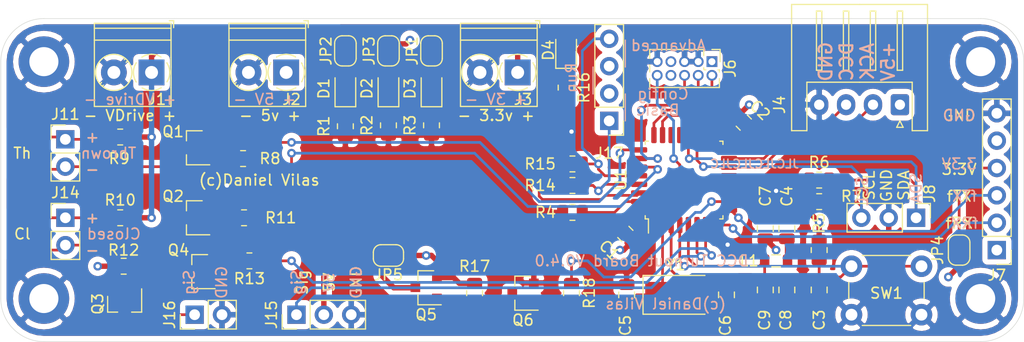
<source format=kicad_pcb>
(kicad_pcb (version 20171130) (host pcbnew 5.1.10-88a1d61d58~90~ubuntu21.04.1)
  (layers (0 F.Cu signal) (1 In1.Cu power) (2 In2.Cu power) (31 B.Cu signal) (34 B.Paste user) (35 F.Paste user) (36 B.SilkS user) (37 F.SilkS user) (38 B.Mask user) (39 F.Mask user) (44 Edge.Cuts user))
  (net 0 "")
  (net 1 GND)
  (net 2 Vdrive)
  (net 3 +5V)
  (net 4 "Net-(D1-Pad1)")
  (net 5 "Net-(Q1-Pad1)")
  (net 6 +3V3)
  (net 7 "Net-(Q2-Pad1)")
  (net 8 "Net-(D4-Pad1)")
  (net 9 /_dcc)
  (net 10 /_ack)
  (net 11 "Net-(Q4-Pad1)")
  (net 12 "/uC 030K6/NRST")
  (net 13 "/uC 030K6/PF0")
  (net 14 "/uC 030K6/PF1")
  (net 15 "/uC 030K6/_VDDA")
  (net 16 "/uC 030K6/PB3")
  (net 17 "/uC 030K6/PA13")
  (net 18 "/uC 030K6/PA14")
  (net 19 "/uC 030K6/BOOT0")
  (net 20 "Net-(D1-Pad2)")
  (net 21 "Net-(D2-Pad2)")
  (net 22 "Net-(D2-Pad1)")
  (net 23 "Net-(D3-Pad2)")
  (net 24 "Net-(D3-Pad1)")
  (net 25 /F_Vcc)
  (net 26 /F_TX)
  (net 27 /F_RX)
  (net 28 /SDA)
  (net 29 /SCL)
  (net 30 "Net-(J11-Pad1)")
  (net 31 "Net-(J10-Pad1)")
  (net 32 "Net-(J12-Pad1)")
  (net 33 "Net-(J13-Pad1)")
  (net 34 /ThrownLed)
  (net 35 /ClosedLed)
  (net 36 /ServoSig)
  (net 37 "Net-(J16-Pad1)")
  (net 38 "Net-(Q3-Pad1)")
  (net 39 /ReleEn)
  (net 40 /CfgAdvanced)
  (net 41 /CfgBasic)
  (net 42 /CfgStatus)
  (net 43 "Net-(Q5-Pad1)")
  (net 44 "Net-(Q6-Pad1)")
  (net 45 "/Out Puts/_ServoPwr")
  (net 46 /ServoEn)
  (module Connector_PinHeader_1.27mm:PinHeader_2x05_P1.27mm_Vertical (layer F.Cu) (at 91.04 44 270)
    (fp_text reference J6 (at 0.635 -1.695 90) (layer F.SilkS))
    (fp_text value "Conn_02x05 Odd_Even")
    (pad 10 thru_hole oval (at 1.27 5.08 270) (size 1 1) (drill 0.65) (layers *.Cu *.Mask) (net 12 "/uC 030K6/NRST"))
    (pad 9 thru_hole oval (at 0 5.08 270) (size 1 1) (drill 0.65) (layers *.Cu *.Mask) (net 1 GND))
    (pad 8 thru_hole oval (at 1.27 3.81 270) (size 1 1) (drill 0.65) (layers *.Cu *.Mask))
    (pad 7 thru_hole oval (at 0 3.81 270) (size 1 1) (drill 0.65) (layers *.Cu *.Mask))
    (pad 6 thru_hole oval (at 1.27 2.54 270) (size 1 1) (drill 0.65) (layers *.Cu *.Mask) (net 16 "/uC 030K6/PB3"))
    (pad 5 thru_hole oval (at 0 2.54 270) (size 1 1) (drill 0.65) (layers *.Cu *.Mask) (net 1 GND))
    (pad 4 thru_hole oval (at 1.27 1.27 270) (size 1 1) (drill 0.65) (layers *.Cu *.Mask) (net 18 "/uC 030K6/PA14"))
    (pad 3 thru_hole oval (at 0 1.27 270) (size 1 1) (drill 0.65) (layers *.Cu *.Mask) (net 1 GND))
    (pad 2 thru_hole oval (at 1.27 0 270) (size 1 1) (drill 0.65) (layers *.Cu *.Mask) (net 17 "/uC 030K6/PA13"))
    (pad 1 thru_hole rect (at 0 0 270) (size 1 1) (drill 0.65) (layers *.Cu *.Mask) (net 6 +3V3))
  )
  (module Resistor_SMD:R_0805_2012Metric (layer F.Cu) (at 47.5 53 180)
    (fp_text reference R8 (at -2.5 0) (layer F.SilkS))
    (fp_text value 1K)
    (pad 2 smd roundrect (at 0.9125 0 180) (size 1.025 1.4) (layers F.Cu F.Paste F.Mask) (roundrect_rratio 0.243902) (net 5 "Net-(Q1-Pad1)"))
    (pad 1 smd roundrect (at -0.9125 0 180) (size 1.025 1.4) (layers F.Cu F.Paste F.Mask) (roundrect_rratio 0.243902) (net 34 /ThrownLed))
  )
  (module LED_SMD:LED_0805_2012Metric (layer F.Cu) (at 65 46.5 90)
    (fp_text reference D3 (at 0 -2 90) (layer F.SilkS))
    (fp_text value LED)
    (pad 2 smd roundrect (at 0.9375 0 90) (size 0.975 1.4) (layers F.Cu F.Paste F.Mask) (net 23 "Net-(D3-Pad2)"))
    (pad 1 smd roundrect (at -0.9375 0 90) (size 0.975 1.4) (layers F.Cu F.Paste F.Mask) (net 24 "Net-(D3-Pad1)"))
  )
  (module Resistor_SMD:R_0805_2012Metric (layer F.Cu) (at 78 65.5 270)
    (fp_text reference R18 (at 0 -1.65 90) (layer F.SilkS))
    (fp_text value 1K)
    (pad 2 smd roundrect (at 0.9125 0 270) (size 1.025 1.4) (layers F.Cu F.Paste F.Mask) (roundrect_rratio 0.243902) (net 44 "Net-(Q6-Pad1)"))
    (pad 1 smd roundrect (at -0.9125 0 270) (size 1.025 1.4) (layers F.Cu F.Paste F.Mask) (roundrect_rratio 0.243902) (net 46 /ServoEn))
  )
  (module Resistor_SMD:R_0805_2012Metric (layer F.Cu) (at 69 65.5 90)
    (fp_text reference R17 (at 2.5 0 180) (layer F.SilkS))
    (fp_text value 1K)
    (pad 2 smd roundrect (at 0.9125 0 90) (size 1.025 1.4) (layers F.Cu F.Paste F.Mask) (roundrect_rratio 0.243902) (net 3 +5V))
    (pad 1 smd roundrect (at -0.9125 0 90) (size 1.025 1.4) (layers F.Cu F.Paste F.Mask) (roundrect_rratio 0.243902) (net 43 "Net-(Q5-Pad1)"))
  )
  (module Resistor_SMD:R_0805_2012Metric (layer F.Cu) (at 77.5 46.4125 270)
    (fp_text reference R16 (at 0 -1.65 90) (layer F.SilkS))
    (fp_text value 100)
    (pad 2 smd roundrect (at 0.9125 0 270) (size 1.025 1.4) (layers F.Cu F.Paste F.Mask) (roundrect_rratio 0.243902) (net 42 /CfgStatus))
    (pad 1 smd roundrect (at -0.9125 0 270) (size 1.025 1.4) (layers F.Cu F.Paste F.Mask) (roundrect_rratio 0.243902) (net 8 "Net-(D4-Pad1)"))
  )
  (module Resistor_SMD:R_0805_2012Metric (layer F.Cu) (at 78.0875 53.5)
    (fp_text reference R15 (at -3 0) (layer F.SilkS))
    (fp_text value 1K)
    (pad 2 smd roundrect (at 0.9125 0) (size 1.025 1.4) (layers F.Cu F.Paste F.Mask) (roundrect_rratio 0.243902) (net 40 /CfgAdvanced))
    (pad 1 smd roundrect (at -0.9125 0) (size 1.025 1.4) (layers F.Cu F.Paste F.Mask) (roundrect_rratio 0.243902) (net 1 GND))
  )
  (module Resistor_SMD:R_0805_2012Metric (layer F.Cu) (at 78.0875 55.5)
    (fp_text reference R14 (at -3 0) (layer F.SilkS))
    (fp_text value 1K)
    (pad 2 smd roundrect (at 0.9125 0) (size 1.025 1.4) (layers F.Cu F.Paste F.Mask) (roundrect_rratio 0.243902) (net 41 /CfgBasic))
    (pad 1 smd roundrect (at -0.9125 0) (size 1.025 1.4) (layers F.Cu F.Paste F.Mask) (roundrect_rratio 0.243902) (net 1 GND))
  )
  (module Resistor_SMD:R_0805_2012Metric (layer F.Cu) (at 48.0875 62.5 180)
    (fp_text reference R13 (at 0 -1.65) (layer F.SilkS))
    (fp_text value 1K)
    (pad 2 smd roundrect (at 0.9125 0 180) (size 1.025 1.4) (layers F.Cu F.Paste F.Mask) (roundrect_rratio 0.243902) (net 11 "Net-(Q4-Pad1)"))
    (pad 1 smd roundrect (at -0.9125 0 180) (size 1.025 1.4) (layers F.Cu F.Paste F.Mask) (roundrect_rratio 0.243902) (net 39 /ReleEn))
  )
  (module Resistor_SMD:R_0805_2012Metric (layer F.Cu) (at 36.4125 63 180)
    (fp_text reference R12 (at 0 1.5) (layer F.SilkS))
    (fp_text value 1K)
    (pad 2 smd roundrect (at 0.9125 0 180) (size 1.025 1.4) (layers F.Cu F.Paste F.Mask) (roundrect_rratio 0.243902) (net 3 +5V))
    (pad 1 smd roundrect (at -0.9125 0 180) (size 1.025 1.4) (layers F.Cu F.Paste F.Mask) (roundrect_rratio 0.243902) (net 38 "Net-(Q3-Pad1)"))
  )
  (module Resistor_SMD:R_0805_2012Metric (layer F.Cu) (at 47.5875 58.5 180)
    (fp_text reference R11 (at -3.4125 0) (layer F.SilkS))
    (fp_text value 1K)
    (pad 2 smd roundrect (at 0.9125 0 180) (size 1.025 1.4) (layers F.Cu F.Paste F.Mask) (roundrect_rratio 0.243902) (net 7 "Net-(Q2-Pad1)"))
    (pad 1 smd roundrect (at -0.9125 0 180) (size 1.025 1.4) (layers F.Cu F.Paste F.Mask) (roundrect_rratio 0.243902) (net 35 /ClosedLed))
  )
  (module Resistor_SMD:R_0805_2012Metric (layer F.Cu) (at 36.0875 58.5)
    (fp_text reference R10 (at 0 -1.65) (layer F.SilkS))
    (fp_text value 1K)
    (pad 2 smd roundrect (at 0.9125 0) (size 1.025 1.4) (layers F.Cu F.Paste F.Mask) (roundrect_rratio 0.243902) (net 2 Vdrive))
    (pad 1 smd roundrect (at -0.9125 0) (size 1.025 1.4) (layers F.Cu F.Paste F.Mask) (roundrect_rratio 0.243902) (net 32 "Net-(J12-Pad1)"))
  )
  (module Resistor_SMD:R_0805_2012Metric (layer F.Cu) (at 36.0875 51)
    (fp_text reference R9 (at -0.0875 2) (layer F.SilkS))
    (fp_text value 1K)
    (pad 2 smd roundrect (at 0.9125 0) (size 1.025 1.4) (layers F.Cu F.Paste F.Mask) (roundrect_rratio 0.243902) (net 2 Vdrive))
    (pad 1 smd roundrect (at -0.9125 0) (size 1.025 1.4) (layers F.Cu F.Paste F.Mask) (roundrect_rratio 0.243902) (net 30 "Net-(J11-Pad1)"))
  )
  (module Resistor_SMD:R_0805_2012Metric (layer F.Cu) (at 101 57)
    (fp_text reference R7 (at 3 -0.5) (layer F.SilkS))
    (fp_text value 1K)
    (pad 2 smd roundrect (at 0.9125 0) (size 1.025 1.4) (layers F.Cu F.Paste F.Mask) (roundrect_rratio 0.243902) (net 29 /SCL))
    (pad 1 smd roundrect (at -0.9125 0) (size 1.025 1.4) (layers F.Cu F.Paste F.Mask) (roundrect_rratio 0.243902) (net 6 +3V3))
  )
  (module Resistor_SMD:R_0805_2012Metric (layer F.Cu) (at 101 55)
    (fp_text reference R6 (at 0 -1.65) (layer F.SilkS))
    (fp_text value 1K)
    (pad 1 smd roundrect (at -0.9125 0) (size 1.025 1.4) (layers F.Cu F.Paste F.Mask) (roundrect_rratio 0.243902) (net 6 +3V3))
    (pad 2 smd roundrect (at 0.9125 0) (size 1.025 1.4) (layers F.Cu F.Paste F.Mask) (roundrect_rratio 0.243902) (net 28 /SDA))
  )
  (module Resistor_SMD:R_0805_2012Metric (layer F.Cu) (at 101 61.5 270)
    (fp_text reference R5 (at -2.5 0 90) (layer F.SilkS))
    (fp_text value 10K)
    (pad 2 smd roundrect (at 0.9125 0 270) (size 1.025 1.4) (layers F.Cu F.Paste F.Mask) (roundrect_rratio 0.243902) (net 12 "/uC 030K6/NRST"))
    (pad 1 smd roundrect (at -0.9125 0 270) (size 1.025 1.4) (layers F.Cu F.Paste F.Mask) (roundrect_rratio 0.243902) (net 6 +3V3))
  )
  (module Resistor_SMD:R_0805_2012Metric (layer F.Cu) (at 78.0875 58 180)
    (fp_text reference R4 (at 2.5 0) (layer F.SilkS))
    (fp_text value 10K)
    (pad 2 smd roundrect (at 0.9125 0 180) (size 1.025 1.4) (layers F.Cu F.Paste F.Mask) (roundrect_rratio 0.243902) (net 1 GND))
    (pad 1 smd roundrect (at -0.9125 0 180) (size 1.025 1.4) (layers F.Cu F.Paste F.Mask) (roundrect_rratio 0.243902) (net 19 "/uC 030K6/BOOT0"))
  )
  (module Resistor_SMD:R_0805_2012Metric (layer F.Cu) (at 65 49.9125 270)
    (fp_text reference R3 (at 0 2 90) (layer F.SilkS))
    (fp_text value 100)
    (pad 2 smd roundrect (at 0.9125 0 270) (size 1.025 1.4) (layers F.Cu F.Paste F.Mask) (roundrect_rratio 0.243902) (net 1 GND))
    (pad 1 smd roundrect (at -0.9125 0 270) (size 1.025 1.4) (layers F.Cu F.Paste F.Mask) (roundrect_rratio 0.243902) (net 24 "Net-(D3-Pad1)"))
  )
  (module Resistor_SMD:R_0805_2012Metric (layer F.Cu) (at 61 49.9125 270)
    (fp_text reference R2 (at 0 2 90) (layer F.SilkS))
    (fp_text value 200)
    (pad 2 smd roundrect (at 0.9125 0 270) (size 1.025 1.4) (layers F.Cu F.Paste F.Mask) (roundrect_rratio 0.243902) (net 1 GND))
    (pad 1 smd roundrect (at -0.9125 0 270) (size 1.025 1.4) (layers F.Cu F.Paste F.Mask) (roundrect_rratio 0.243902) (net 22 "Net-(D2-Pad1)"))
  )
  (module Resistor_SMD:R_0805_2012Metric (layer F.Cu) (at 57 50 270)
    (fp_text reference R1 (at 0 2 90) (layer F.SilkS))
    (fp_text value 1K)
    (pad 2 smd roundrect (at 0.9125 0 270) (size 1.025 1.4) (layers F.Cu F.Paste F.Mask) (roundrect_rratio 0.243902) (net 1 GND))
    (pad 1 smd roundrect (at -0.9125 0 270) (size 1.025 1.4) (layers F.Cu F.Paste F.Mask) (roundrect_rratio 0.243902) (net 4 "Net-(D1-Pad1)"))
  )
  (module Inductor_SMD:L_0805_2012Metric (layer F.Cu) (at 97 62.5)
    (fp_text reference L1 (at -2.5 0) (layer F.SilkS))
    (fp_text value 10uH)
    (pad 2 smd roundrect (at 1.0625 0) (size 0.875 1.2) (layers F.Cu F.Paste F.Mask) (net 6 +3V3))
    (pad 1 smd roundrect (at -1.0625 0) (size 0.875 1.2) (layers F.Cu F.Paste F.Mask) (net 15 "/uC 030K6/_VDDA"))
  )
  (module LED_SMD:LED_0805_2012Metric (layer F.Cu) (at 77.5 42.9375 90)
    (fp_text reference D4 (at 0 -1.65 90) (layer F.SilkS))
    (fp_text value LED)
    (pad 2 smd roundrect (at 0.9375 0 90) (size 0.975 1.4) (layers F.Cu F.Paste F.Mask) (net 6 +3V3))
    (pad 1 smd roundrect (at -0.9375 0 90) (size 0.975 1.4) (layers F.Cu F.Paste F.Mask) (net 8 "Net-(D4-Pad1)"))
  )
  (module LED_SMD:LED_0805_2012Metric (layer F.Cu) (at 61 46.5 90)
    (fp_text reference D2 (at 0 -2 90) (layer F.SilkS))
    (fp_text value LED)
    (pad 2 smd roundrect (at 0.9375 0 90) (size 0.975 1.4) (layers F.Cu F.Paste F.Mask) (net 21 "Net-(D2-Pad2)"))
    (pad 1 smd roundrect (at -0.9375 0 90) (size 0.975 1.4) (layers F.Cu F.Paste F.Mask) (net 22 "Net-(D2-Pad1)"))
  )
  (module LED_SMD:LED_0805_2012Metric (layer F.Cu) (at 57 46.5 90)
    (fp_text reference D1 (at 0 -2 90) (layer F.SilkS))
    (fp_text value LED)
    (pad 2 smd roundrect (at 0.9375 0 90) (size 0.975 1.4) (layers F.Cu F.Paste F.Mask) (net 20 "Net-(D1-Pad2)"))
    (pad 1 smd roundrect (at -0.9375 0 90) (size 0.975 1.4) (layers F.Cu F.Paste F.Mask) (net 4 "Net-(D1-Pad1)"))
  )
  (module Capacitor_SMD:C_0805_2012Metric (layer F.Cu) (at 96 65.2 270)
    (fp_text reference C9 (at 2.8 0.075 90) (layer F.SilkS))
    (fp_text value 10nF)
    (pad 2 smd roundrect (at 0.95 0 270) (size 1 1.45) (layers F.Cu F.Paste F.Mask) (net 1 GND))
    (pad 1 smd roundrect (at -0.95 0 270) (size 1 1.45) (layers F.Cu F.Paste F.Mask) (net 15 "/uC 030K6/_VDDA"))
  )
  (module Capacitor_SMD:C_0805_2012Metric (layer F.Cu) (at 98 65.2 270)
    (fp_text reference C8 (at 2.8 0.1 90) (layer F.SilkS))
    (fp_text value 1uF)
    (pad 2 smd roundrect (at 0.95 0 270) (size 1 1.45) (layers F.Cu F.Paste F.Mask) (net 1 GND))
    (pad 1 smd roundrect (at -0.95 0 270) (size 1 1.45) (layers F.Cu F.Paste F.Mask) (net 15 "/uC 030K6/_VDDA"))
  )
  (module Capacitor_SMD:C_0805_2012Metric (layer F.Cu) (at 96 59.5 90)
    (fp_text reference C7 (at 3 0 90) (layer F.SilkS))
    (fp_text value 10nF)
    (pad 2 smd roundrect (at 0.95 0 90) (size 1 1.45) (layers F.Cu F.Paste F.Mask) (net 1 GND))
    (pad 1 smd roundrect (at -0.95 0 90) (size 1 1.45) (layers F.Cu F.Paste F.Mask) (net 6 +3V3))
  )
  (module Capacitor_SMD:C_0805_2012Metric (layer F.Cu) (at 92.392 65.656 90)
    (fp_text reference C6 (at -2.844 -0.108 90) (layer F.SilkS))
    (fp_text value 20pf)
    (pad 2 smd roundrect (at 0.95 0 90) (size 1 1.45) (layers F.Cu F.Paste F.Mask) (net 1 GND))
    (pad 1 smd roundrect (at -0.95 0 90) (size 1 1.45) (layers F.Cu F.Paste F.Mask) (net 14 "/uC 030K6/PF1"))
  )
  (module Capacitor_SMD:C_0805_2012Metric (layer F.Cu) (at 83.121 65.656 90)
    (fp_text reference C5 (at -2.844 -0.121 90) (layer F.SilkS))
    (fp_text value 20pf)
    (pad 2 smd roundrect (at 0.95 0 90) (size 1 1.45) (layers F.Cu F.Paste F.Mask) (net 1 GND))
    (pad 1 smd roundrect (at -0.95 0 90) (size 1 1.45) (layers F.Cu F.Paste F.Mask) (net 13 "/uC 030K6/PF0"))
  )
  (module Capacitor_SMD:C_0805_2012Metric (layer F.Cu) (at 98 59.5 90)
    (fp_text reference C4 (at 3 0 90) (layer F.SilkS))
    (fp_text value 1uF)
    (pad 2 smd roundrect (at 0.95 0 90) (size 1 1.45) (layers F.Cu F.Paste F.Mask) (net 1 GND))
    (pad 1 smd roundrect (at -0.95 0 90) (size 1 1.45) (layers F.Cu F.Paste F.Mask) (net 6 +3V3))
  )
  (module Capacitor_SMD:C_0805_2012Metric (layer F.Cu) (at 101 65.2 270)
    (fp_text reference C3 (at 2.8 0 90) (layer F.SilkS))
    (fp_text value 100nf)
    (pad 2 smd roundrect (at 0.95 0 270) (size 1 1.45) (layers F.Cu F.Paste F.Mask) (net 1 GND))
    (pad 1 smd roundrect (at -0.95 0 270) (size 1 1.45) (layers F.Cu F.Paste F.Mask) (net 12 "/uC 030K6/NRST"))
  )
  (module Capacitor_SMD:C_0805_2012Metric (layer F.Cu) (at 94 49.662 135)
    (fp_text reference C2 (at -0.239002 1.882318 135) (layer F.SilkS))
    (fp_text value 100nf)
    (pad 2 smd roundrect (at 0.95 0 135) (size 1 1.45) (layers F.Cu F.Paste F.Mask) (net 6 +3V3))
    (pad 1 smd roundrect (at -0.95 0 135) (size 1 1.45) (layers F.Cu F.Paste F.Mask) (net 1 GND))
  )
  (module Capacitor_SMD:C_0805_2012Metric (layer F.Cu) (at 83 60 315)
    (fp_text reference C1 (at 0 2.12132 135) (layer F.SilkS))
    (fp_text value 100nf)
    (pad 2 smd roundrect (at 0.95 0 315) (size 1 1.45) (layers F.Cu F.Paste F.Mask) (net 6 +3V3))
    (pad 1 smd roundrect (at -0.95 0 315) (size 1 1.45) (layers F.Cu F.Paste F.Mask) (net 1 GND))
  )
  (module Package_QFP:LQFP-32_7x7mm_P0.8mm (layer F.Cu) (at 88.455 54.996 90)
    (fp_text reference U1 (at 0 -5.88 90) (layer F.SilkS))
    (fp_text value STM32F030K6Tx)
    (pad 32 smd roundrect (at -2.8 -4.175 90) (size 0.5 1.5) (layers F.Cu F.Paste F.Mask) (net 1 GND))
    (pad 31 smd roundrect (at -2 -4.175 90) (size 0.5 1.5) (layers F.Cu F.Paste F.Mask) (net 19 "/uC 030K6/BOOT0"))
    (pad 30 smd roundrect (at -1.2 -4.175 90) (size 0.5 1.5) (layers F.Cu F.Paste F.Mask) (net 42 /CfgStatus))
    (pad 29 smd roundrect (at -0.4 -4.175 90) (size 0.5 1.5) (layers F.Cu F.Paste F.Mask) (net 41 /CfgBasic))
    (pad 28 smd roundrect (at 0.4 -4.175 90) (size 0.5 1.5) (layers F.Cu F.Paste F.Mask) (net 40 /CfgAdvanced))
    (pad 27 smd roundrect (at 1.2 -4.175 90) (size 0.5 1.5) (layers F.Cu F.Paste F.Mask) (net 35 /ClosedLed))
    (pad 26 smd roundrect (at 2 -4.175 90) (size 0.5 1.5) (layers F.Cu F.Paste F.Mask) (net 16 "/uC 030K6/PB3"))
    (pad 25 smd roundrect (at 2.8 -4.175 90) (size 0.5 1.5) (layers F.Cu F.Paste F.Mask) (net 34 /ThrownLed))
    (pad 24 smd roundrect (at 4.175 -2.8 90) (size 1.5 0.5) (layers F.Cu F.Paste F.Mask) (net 18 "/uC 030K6/PA14"))
    (pad 23 smd roundrect (at 4.175 -2 90) (size 1.5 0.5) (layers F.Cu F.Paste F.Mask) (net 17 "/uC 030K6/PA13"))
    (pad 22 smd roundrect (at 4.175 -1.2 90) (size 1.5 0.5) (layers F.Cu F.Paste F.Mask))
    (pad 21 smd roundrect (at 4.175 -0.4 90) (size 1.5 0.5) (layers F.Cu F.Paste F.Mask))
    (pad 20 smd roundrect (at 4.175 0.4 90) (size 1.5 0.5) (layers F.Cu F.Paste F.Mask) (net 28 /SDA))
    (pad 19 smd roundrect (at 4.175 1.2 90) (size 1.5 0.5) (layers F.Cu F.Paste F.Mask) (net 29 /SCL))
    (pad 18 smd roundrect (at 4.175 2 90) (size 1.5 0.5) (layers F.Cu F.Paste F.Mask))
    (pad 17 smd roundrect (at 4.175 2.8 90) (size 1.5 0.5) (layers F.Cu F.Paste F.Mask) (net 6 +3V3))
    (pad 16 smd roundrect (at 2.8 4.175 90) (size 0.5 1.5) (layers F.Cu F.Paste F.Mask) (net 1 GND))
    (pad 15 smd roundrect (at 2 4.175 90) (size 0.5 1.5) (layers F.Cu F.Paste F.Mask) (net 9 /_dcc))
    (pad 14 smd roundrect (at 1.2 4.175 90) (size 0.5 1.5) (layers F.Cu F.Paste F.Mask) (net 10 /_ack))
    (pad 13 smd roundrect (at 0.4 4.175 90) (size 0.5 1.5) (layers F.Cu F.Paste F.Mask))
    (pad 12 smd roundrect (at -0.4 4.175 90) (size 0.5 1.5) (layers F.Cu F.Paste F.Mask))
    (pad 11 smd roundrect (at -1.2 4.175 90) (size 0.5 1.5) (layers F.Cu F.Paste F.Mask))
    (pad 10 smd roundrect (at -2 4.175 90) (size 0.5 1.5) (layers F.Cu F.Paste F.Mask) (net 46 /ServoEn))
    (pad 9 smd roundrect (at -2.8 4.175 90) (size 0.5 1.5) (layers F.Cu F.Paste F.Mask) (net 26 /F_TX))
    (pad 8 smd roundrect (at -4.175 2.8 90) (size 1.5 0.5) (layers F.Cu F.Paste F.Mask) (net 27 /F_RX))
    (pad 7 smd roundrect (at -4.175 2 90) (size 1.5 0.5) (layers F.Cu F.Paste F.Mask) (net 39 /ReleEn))
    (pad 6 smd roundrect (at -4.175 1.2 90) (size 1.5 0.5) (layers F.Cu F.Paste F.Mask) (net 36 /ServoSig))
    (pad 5 smd roundrect (at -4.175 0.4 90) (size 1.5 0.5) (layers F.Cu F.Paste F.Mask) (net 15 "/uC 030K6/_VDDA"))
    (pad 4 smd roundrect (at -4.175 -0.4 90) (size 1.5 0.5) (layers F.Cu F.Paste F.Mask) (net 12 "/uC 030K6/NRST"))
    (pad 3 smd roundrect (at -4.175 -1.2 90) (size 1.5 0.5) (layers F.Cu F.Paste F.Mask) (net 14 "/uC 030K6/PF1"))
    (pad 2 smd roundrect (at -4.175 -2 90) (size 1.5 0.5) (layers F.Cu F.Paste F.Mask) (net 13 "/uC 030K6/PF0"))
    (pad 1 smd roundrect (at -4.175 -2.8 90) (size 1.5 0.5) (layers F.Cu F.Paste F.Mask) (net 6 +3V3))
  )
  (module Package_TO_SOT_SMD:SOT-23 (layer F.Cu) (at 73.5 65.5 180)
    (fp_text reference Q6 (at 0 -2.5) (layer F.SilkS))
    (fp_text value AO3400A)
    (pad 3 smd rect (at 1 0 180) (size 0.9 0.8) (layers F.Cu F.Paste F.Mask) (net 43 "Net-(Q5-Pad1)"))
    (pad 2 smd rect (at -1 0.95 180) (size 0.9 0.8) (layers F.Cu F.Paste F.Mask) (net 1 GND))
    (pad 1 smd rect (at -1 -0.95 180) (size 0.9 0.8) (layers F.Cu F.Paste F.Mask) (net 44 "Net-(Q6-Pad1)"))
  )
  (module Package_TO_SOT_SMD:SOT-23 (layer F.Cu) (at 64.5 65 180)
    (fp_text reference Q5 (at 0 -2.5) (layer F.SilkS))
    (fp_text value AO3401A)
    (pad 3 smd rect (at 1 0 180) (size 0.9 0.8) (layers F.Cu F.Paste F.Mask) (net 45 "/Out Puts/_ServoPwr"))
    (pad 2 smd rect (at -1 0.95 180) (size 0.9 0.8) (layers F.Cu F.Paste F.Mask) (net 3 +5V))
    (pad 1 smd rect (at -1 -0.95 180) (size 0.9 0.8) (layers F.Cu F.Paste F.Mask) (net 43 "Net-(Q5-Pad1)"))
  )
  (module Jumper:SolderJumper-2_P1.3mm_Open_RoundedPad1.0x1.5mm (layer F.Cu) (at 61 62 180)
    (fp_text reference JP5 (at 0 -1.8) (layer F.SilkS))
    (fp_text value Jumper_2_Open)
    (pad 2 smd custom (at 0.65 0 180) (size 1 0.5) (layers F.Cu F.Mask) (net 45 "/Out Puts/_ServoPwr") (options (clearance outline) (anchor rect)) (primitives (gr_circle (center 0 0.25) (end 0.5 0.25) (width 0)) (gr_circle (center 0 -0.25) (end 0.5 -0.25) (width 0)) (gr_poly (pts (xy 0 -0.75) (xy -0.5 -0.75) (xy -0.5 0.75) (xy 0 0.75)) (width 0))))
    (pad 1 smd custom (at -0.65 0 180) (size 1 0.5) (layers F.Cu F.Mask) (net 3 +5V) (options (clearance outline) (anchor rect)) (primitives (gr_circle (center 0 0.25) (end 0.5 0.25) (width 0)) (gr_circle (center 0 -0.25) (end 0.5 -0.25) (width 0)) (gr_poly (pts (xy 0 -0.75) (xy 0.5 -0.75) (xy 0.5 0.75) (xy 0 0.75)) (width 0))))
  )
  (module Connector_PinHeader_2.54mm:PinHeader_1x04_P2.54mm_Vertical (layer F.Cu) (at 81.5 49.5 180)
    (fp_text reference J17 (at 0 -3) (layer F.SilkS))
    (fp_text value Conn_01x04)
    (pad 4 thru_hole oval (at 0 7.62 180) (size 1.7 1.7) (drill 1) (layers *.Cu *.Mask) (net 40 /CfgAdvanced))
    (pad 3 thru_hole oval (at 0 5.08 180) (size 1.7 1.7) (drill 1) (layers *.Cu *.Mask) (net 6 +3V3))
    (pad 2 thru_hole oval (at 0 2.54 180) (size 1.7 1.7) (drill 1) (layers *.Cu *.Mask) (net 6 +3V3))
    (pad 1 thru_hole rect (at 0 0 180) (size 1.7 1.7) (drill 1) (layers *.Cu *.Mask) (net 41 /CfgBasic))
  )
  (module Package_TO_SOT_SMD:SOT-23 (layer F.Cu) (at 36.5 66.5 270)
    (fp_text reference Q3 (at 0 2.5 90) (layer F.SilkS))
    (fp_text value AO3401A)
    (pad 3 smd rect (at 1 0 270) (size 0.9 0.8) (layers F.Cu F.Paste F.Mask) (net 37 "Net-(J16-Pad1)"))
    (pad 2 smd rect (at -1 0.95 270) (size 0.9 0.8) (layers F.Cu F.Paste F.Mask) (net 3 +5V))
    (pad 1 smd rect (at -1 -0.95 270) (size 0.9 0.8) (layers F.Cu F.Paste F.Mask) (net 38 "Net-(Q3-Pad1)"))
  )
  (module Package_TO_SOT_SMD:SOT-23 (layer F.Cu) (at 43.5 63.5 180)
    (fp_text reference Q4 (at 2 2) (layer F.SilkS))
    (fp_text value AO3400A)
    (pad 3 smd rect (at 1 0 180) (size 0.9 0.8) (layers F.Cu F.Paste F.Mask) (net 38 "Net-(Q3-Pad1)"))
    (pad 2 smd rect (at -1 0.95 180) (size 0.9 0.8) (layers F.Cu F.Paste F.Mask) (net 1 GND))
    (pad 1 smd rect (at -1 -0.95 180) (size 0.9 0.8) (layers F.Cu F.Paste F.Mask) (net 11 "Net-(Q4-Pad1)"))
  )
  (module Connector_PinHeader_2.54mm:PinHeader_1x02_P2.54mm_Vertical (layer F.Cu) (at 43 67.5 90)
    (fp_text reference J16 (at 0 -2.33 90) (layer F.SilkS))
    (fp_text value Conn_01x02)
    (pad 2 thru_hole oval (at 0 2.54 90) (size 1.7 1.7) (drill 1) (layers *.Cu *.Mask) (net 1 GND))
    (pad 1 thru_hole rect (at 0 0 90) (size 1.7 1.7) (drill 1) (layers *.Cu *.Mask) (net 37 "Net-(J16-Pad1)"))
  )
  (module Connector_PinHeader_2.54mm:PinHeader_1x03_P2.54mm_Vertical (layer F.Cu) (at 52.46 67.5 90)
    (fp_text reference J15 (at 0 -2.33 90) (layer F.SilkS))
    (fp_text value Conn_01x03)
    (pad 3 thru_hole oval (at 0 5.08 90) (size 1.7 1.7) (drill 1) (layers *.Cu *.Mask) (net 1 GND))
    (pad 2 thru_hole oval (at 0 2.54 90) (size 1.7 1.7) (drill 1) (layers *.Cu *.Mask) (net 45 "/Out Puts/_ServoPwr"))
    (pad 1 thru_hole rect (at 0 0 90) (size 1.7 1.7) (drill 1) (layers *.Cu *.Mask) (net 36 /ServoSig))
  )
  (module Package_TO_SOT_SMD:SOT-23 (layer F.Cu) (at 43 58.5 180)
    (fp_text reference Q2 (at 2 2) (layer F.SilkS))
    (fp_text value AO3400A)
    (pad 3 smd rect (at 1 0 180) (size 0.9 0.8) (layers F.Cu F.Paste F.Mask) (net 33 "Net-(J13-Pad1)"))
    (pad 2 smd rect (at -1 0.95 180) (size 0.9 0.8) (layers F.Cu F.Paste F.Mask) (net 1 GND))
    (pad 1 smd rect (at -1 -0.95 180) (size 0.9 0.8) (layers F.Cu F.Paste F.Mask) (net 7 "Net-(Q2-Pad1)"))
  )
  (module Connector_PinHeader_2.54mm:PinHeader_1x02_P2.54mm_Vertical (layer F.Cu) (at 31 58.5)
    (fp_text reference J14 (at 0 -2.33) (layer F.SilkS))
    (fp_text value Conn_01x02)
    (pad 2 thru_hole oval (at 0 2.54) (size 1.7 1.7) (drill 1) (layers *.Cu *.Mask) (net 33 "Net-(J13-Pad1)"))
    (pad 1 thru_hole rect (at 0 0) (size 1.7 1.7) (drill 1) (layers *.Cu *.Mask) (net 32 "Net-(J12-Pad1)"))
  )
  (module Connector_Wire:SolderWirePad_1x01_SMD_1x2mm (layer F.Cu) (at 27 61.5 90)
    (fp_text reference J13 hide)
    (fp_text value Conn_01x01)
    (pad 1 smd roundrect (at 0 0 90) (size 1 2) (layers F.Cu F.Paste F.Mask) (net 33 "Net-(J13-Pad1)"))
  )
  (module Connector_Wire:SolderWirePad_1x01_SMD_1x2mm (layer F.Cu) (at 27 58.5 90)
    (fp_text reference J12 hide)
    (fp_text value Conn_01x01)
    (pad 1 smd roundrect (at 0 0 90) (size 1 2) (layers F.Cu F.Paste F.Mask) (net 32 "Net-(J12-Pad1)"))
  )
  (module Connector_PinHeader_2.54mm:PinHeader_1x02_P2.54mm_Vertical (layer F.Cu) (at 30.995 51.215)
    (fp_text reference J11 (at 0 -2.33) (layer F.SilkS))
    (fp_text value Conn_01x02)
    (pad 2 thru_hole oval (at 0 2.54) (size 1.7 1.7) (drill 1) (layers *.Cu *.Mask) (net 31 "Net-(J10-Pad1)"))
    (pad 1 thru_hole rect (at 0 0) (size 1.7 1.7) (drill 1) (layers *.Cu *.Mask) (net 30 "Net-(J11-Pad1)"))
  )
  (module Connector_Wire:SolderWirePad_1x01_SMD_1x2mm (layer F.Cu) (at 27 54 90)
    (fp_text reference J10 hide)
    (fp_text value Conn_01x01)
    (pad 1 smd roundrect (at 0 0 90) (size 1 2) (layers F.Cu F.Paste F.Mask) (net 31 "Net-(J10-Pad1)"))
  )
  (module Connector_Wire:SolderWirePad_1x01_SMD_1x2mm (layer F.Cu) (at 27 51 90)
    (fp_text reference J9 hide)
    (fp_text value Conn_01x01)
    (pad 1 smd roundrect (at 0 0 90) (size 1 2) (layers F.Cu F.Paste F.Mask) (net 30 "Net-(J11-Pad1)"))
  )
  (module Package_TO_SOT_SMD:SOT-23 (layer F.Cu) (at 43 52 180)
    (fp_text reference Q1 (at 2 1.5) (layer F.SilkS))
    (fp_text value AO3400A)
    (pad 3 smd rect (at 1 0 180) (size 0.9 0.8) (layers F.Cu F.Paste F.Mask) (net 31 "Net-(J10-Pad1)"))
    (pad 2 smd rect (at -1 0.95 180) (size 0.9 0.8) (layers F.Cu F.Paste F.Mask) (net 1 GND))
    (pad 1 smd rect (at -1 -0.95 180) (size 0.9 0.8) (layers F.Cu F.Paste F.Mask) (net 5 "Net-(Q1-Pad1)"))
  )
  (module Connector_PinHeader_2.54mm:PinHeader_1x03_P2.54mm_Vertical (layer F.Cu) (at 110 58.5 270)
    (fp_text reference J8 (at -2.25 -1.25 90) (layer F.SilkS))
    (fp_text value Conn_01x03)
    (pad 1 thru_hole rect (at 0 0 270) (size 1.7 1.7) (drill 1) (layers *.Cu *.Mask) (net 28 /SDA))
    (pad 2 thru_hole oval (at 0 2.54 270) (size 1.7 1.7) (drill 1) (layers *.Cu *.Mask) (net 1 GND))
    (pad 3 thru_hole oval (at 0 5.08 270) (size 1.7 1.7) (drill 1) (layers *.Cu *.Mask) (net 29 /SCL))
  )
  (module Jumper:SolderJumper-2_P1.3mm_Bridged_RoundedPad1.0x1.5mm (layer F.Cu) (at 114 61.5 270)
    (fp_text reference JP4 (at 0 2 90) (layer F.SilkS))
    (fp_text value Jumper_2_Bridged)
    (fp_poly (pts (xy 0.25 -0.3) (xy -0.25 -0.3) (xy -0.25 0.3) (xy 0.25 0.3)) (layer F.Cu) (width 0))
    (pad 1 smd custom (at -0.65 0 270) (size 1 0.5) (layers F.Cu F.Mask) (net 25 /F_Vcc) (options (clearance outline) (anchor rect)) (primitives (gr_circle (center 0 0.25) (end 0.5 0.25) (width 0)) (gr_circle (center 0 -0.25) (end 0.5 -0.25) (width 0)) (gr_poly (pts (xy 0 -0.75) (xy 0.5 -0.75) (xy 0.5 0.75) (xy 0 0.75)) (width 0))))
    (pad 2 smd custom (at 0.65 0 270) (size 1 0.5) (layers F.Cu F.Mask) (net 6 +3V3) (options (clearance outline) (anchor rect)) (primitives (gr_circle (center 0 0.25) (end 0.5 0.25) (width 0)) (gr_circle (center 0 -0.25) (end 0.5 -0.25) (width 0)) (gr_poly (pts (xy 0 -0.75) (xy -0.5 -0.75) (xy -0.5 0.75) (xy 0 0.75)) (width 0))))
  )
  (module Connector_PinHeader_2.54mm:PinHeader_1x06_P2.54mm_Vertical (layer F.Cu) (at 117.5 61.5 180)
    (fp_text reference J7 (at 0 -2.33) (layer F.SilkS))
    (fp_text value Conn_01x06)
    (pad 6 thru_hole oval (at 0 12.7 180) (size 1.7 1.7) (drill 1) (layers *.Cu *.Mask) (net 1 GND))
    (pad 5 thru_hole oval (at 0 10.16 180) (size 1.7 1.7) (drill 1) (layers *.Cu *.Mask))
    (pad 4 thru_hole oval (at 0 7.62 180) (size 1.7 1.7) (drill 1) (layers *.Cu *.Mask) (net 25 /F_Vcc))
    (pad 3 thru_hole oval (at 0 5.08 180) (size 1.7 1.7) (drill 1) (layers *.Cu *.Mask) (net 26 /F_TX))
    (pad 2 thru_hole oval (at 0 2.54 180) (size 1.7 1.7) (drill 1) (layers *.Cu *.Mask) (net 27 /F_RX))
    (pad 1 thru_hole rect (at 0 0 180) (size 1.7 1.7) (drill 1) (layers *.Cu *.Mask))
  )
  (module MountingHole:MountingHole_2.7mm_M2.5_DIN965_Pad (layer F.Cu) (at 116 66)
    (fp_text reference H4 hide)
    (fp_text value MountingHole_Pad)
    (pad 1 thru_hole circle (at 0 0) (size 4.7 4.7) (drill 2.7) (layers *.Cu *.Mask) (net 1 GND))
  )
  (module MountingHole:MountingHole_2.7mm_M2.5_DIN965_Pad (layer F.Cu) (at 29 66)
    (fp_text reference H2 hide)
    (fp_text value MountingHole_Pad)
    (pad 1 thru_hole circle (at 0 0) (size 4.7 4.7) (drill 2.7) (layers *.Cu *.Mask) (net 1 GND))
  )
  (module MountingHole:MountingHole_2.7mm_M2.5_DIN965_Pad (layer F.Cu) (at 29 44)
    (fp_text reference H1 hide)
    (fp_text value MountingHole_Pad)
    (pad 1 thru_hole circle (at 0 0) (size 4.7 4.7) (drill 2.7) (layers *.Cu *.Mask) (net 1 GND))
  )
  (module MountingHole:MountingHole_2.7mm_M2.5_DIN965_Pad (layer F.Cu) (at 116 44)
    (fp_text reference H3 hide)
    (fp_text value MountingHole_Pad)
    (pad 1 thru_hole circle (at 0 0) (size 4.7 4.7) (drill 2.7) (layers *.Cu *.Mask) (net 1 GND))
  )
  (module Crystal:Crystal_SMD_5032-2Pin_5.0x3.2mm (layer F.Cu) (at 87.693 65.656)
    (fp_text reference Y1 (at 0 -2.8) (layer F.SilkS))
    (fp_text value 8MHz)
    (pad 1 smd rect (at -1.85 0) (size 2 2.4) (layers F.Cu F.Paste F.Mask) (net 13 "/uC 030K6/PF0"))
    (pad 2 smd rect (at 1.85 0) (size 2 2.4) (layers F.Cu F.Paste F.Mask) (net 14 "/uC 030K6/PF1"))
  )
  (module Button_Switch_THT:SW_PUSH_6mm (layer F.Cu) (at 104 63)
    (fp_text reference SW1 (at 3.25 2.5) (layer F.SilkS))
    (fp_text value SW_Push)
    (pad 2 thru_hole circle (at 0 4.5 90) (size 2 2) (drill 1.1) (layers *.Cu *.Mask) (net 1 GND))
    (pad 1 thru_hole circle (at 0 0 90) (size 2 2) (drill 1.1) (layers *.Cu *.Mask) (net 12 "/uC 030K6/NRST"))
    (pad 2 thru_hole circle (at 6.5 4.5 90) (size 2 2) (drill 1.1) (layers *.Cu *.Mask) (net 1 GND))
    (pad 1 thru_hole circle (at 6.5 0 90) (size 2 2) (drill 1.1) (layers *.Cu *.Mask) (net 12 "/uC 030K6/NRST"))
  )
  (module TerminalBlock_Phoenix:TerminalBlock_Phoenix_PT-1,5-2-3.5-H_1x02_P3.50mm_Horizontal (layer F.Cu) (at 39 45 180)
    (fp_text reference J1 (at -0.5 -2.5) (layer F.SilkS))
    (fp_text value Conn_01x02)
    (pad 1 thru_hole rect (at 0 0 180) (size 2.4 2.4) (drill 1.2) (layers *.Cu *.Mask) (net 2 Vdrive))
    (pad 2 thru_hole circle (at 3.5 0 180) (size 2.4 2.4) (drill 1.2) (layers *.Cu *.Mask) (net 1 GND))
  )
  (module TerminalBlock_Phoenix:TerminalBlock_Phoenix_PT-1,5-2-3.5-H_1x02_P3.50mm_Horizontal (layer F.Cu) (at 73 45 180)
    (fp_text reference J3 (at -0.5 -2.5) (layer F.SilkS))
    (fp_text value Conn_01x02)
    (pad 1 thru_hole rect (at 0 0 180) (size 2.4 2.4) (drill 1.2) (layers *.Cu *.Mask) (net 6 +3V3))
    (pad 2 thru_hole circle (at 3.5 0 180) (size 2.4 2.4) (drill 1.2) (layers *.Cu *.Mask) (net 1 GND))
  )
  (module TerminalBlock_Phoenix:TerminalBlock_Phoenix_PT-1,5-2-3.5-H_1x02_P3.50mm_Horizontal (layer F.Cu) (at 51.5 45 180)
    (fp_text reference J2 (at -0.5 -2.5) (layer F.SilkS))
    (fp_text value Conn_01x02)
    (pad 1 thru_hole rect (at 0 0 180) (size 2.4 2.4) (drill 1.2) (layers *.Cu *.Mask) (net 3 +5V))
    (pad 2 thru_hole circle (at 3.5 0 180) (size 2.4 2.4) (drill 1.2) (layers *.Cu *.Mask) (net 1 GND))
  )
  (module Connector_JST:JST_XH_S4B-XH-A_1x04_P2.50mm_Horizontal (layer F.Cu) (at 108.5 48 180)
    (fp_text reference J4 (at 11.186 -0.0025 270) (layer F.SilkS))
    (fp_text value Conn_01x04)
    (pad 4 thru_hole oval (at 7.5 0 180) (size 1.7 1.95) (drill 0.95) (layers *.Cu *.Mask) (net 1 GND))
    (pad 3 thru_hole oval (at 5 0 180) (size 1.7 1.95) (drill 0.95) (layers *.Cu *.Mask) (net 9 /_dcc))
    (pad 2 thru_hole oval (at 2.5 0 180) (size 1.7 1.95) (drill 0.95) (layers *.Cu *.Mask) (net 10 /_ack))
    (pad 1 thru_hole roundrect (at 0 0 180) (size 1.7 1.95) (drill 0.95) (layers *.Cu *.Mask) (roundrect_rratio 0.147059) (net 3 +5V))
  )
  (module Jumper:SolderJumper-2_P1.3mm_Bridged_RoundedPad1.0x1.5mm (layer F.Cu) (at 61 43 90)
    (fp_text reference JP3 (at 0 -1.8 90) (layer F.SilkS))
    (fp_text value Jumper_2_Bridged hide)
    (fp_poly (pts (xy 0.25 -0.3) (xy -0.25 -0.3) (xy -0.25 0.3) (xy 0.25 0.3)) (layer F.Cu) (width 0))
    (pad 2 smd custom (at 0.65 0 90) (size 1 0.5) (layers F.Cu F.Mask) (net 3 +5V) (options (clearance outline) (anchor rect)) (primitives (gr_circle (center 0 0.25) (end 0.5 0.25) (width 0)) (gr_circle (center 0 -0.25) (end 0.5 -0.25) (width 0)) (gr_poly (pts (xy 0 -0.75) (xy -0.5 -0.75) (xy -0.5 0.75) (xy 0 0.75)) (width 0))))
    (pad 1 smd custom (at -0.65 0 90) (size 1 0.5) (layers F.Cu F.Mask) (net 21 "Net-(D2-Pad2)") (options (clearance outline) (anchor rect)) (primitives (gr_circle (center 0 0.25) (end 0.5 0.25) (width 0)) (gr_circle (center 0 -0.25) (end 0.5 -0.25) (width 0)) (gr_poly (pts (xy 0 -0.75) (xy 0.5 -0.75) (xy 0.5 0.75) (xy 0 0.75)) (width 0))))
  )
  (module Jumper:SolderJumper-2_P1.3mm_Bridged_RoundedPad1.0x1.5mm (layer F.Cu) (at 57 43 90)
    (fp_text reference JP2 (at 0 -1.8 90) (layer F.SilkS))
    (fp_text value Jumper_2_Bridged hide)
    (fp_poly (pts (xy 0.25 -0.3) (xy -0.25 -0.3) (xy -0.25 0.3) (xy 0.25 0.3)) (layer F.Cu) (width 0))
    (pad 2 smd custom (at 0.65 0 90) (size 1 0.5) (layers F.Cu F.Mask) (net 2 Vdrive) (options (clearance outline) (anchor rect)) (primitives (gr_circle (center 0 0.25) (end 0.5 0.25) (width 0)) (gr_circle (center 0 -0.25) (end 0.5 -0.25) (width 0)) (gr_poly (pts (xy 0 -0.75) (xy -0.5 -0.75) (xy -0.5 0.75) (xy 0 0.75)) (width 0))))
    (pad 1 smd custom (at -0.65 0 90) (size 1 0.5) (layers F.Cu F.Mask) (net 20 "Net-(D1-Pad2)") (options (clearance outline) (anchor rect)) (primitives (gr_circle (center 0 0.25) (end 0.5 0.25) (width 0)) (gr_circle (center 0 -0.25) (end 0.5 -0.25) (width 0)) (gr_poly (pts (xy 0 -0.75) (xy 0.5 -0.75) (xy 0.5 0.75) (xy 0 0.75)) (width 0))))
  )
  (module Jumper:SolderJumper-2_P1.3mm_Bridged_RoundedPad1.0x1.5mm (layer F.Cu) (at 65 43 90)
    (fp_text reference JP1 (at 0 -1.8 90) (layer F.SilkS))
    (fp_text value Jumper_2_Bridged hide)
    (fp_poly (pts (xy 0.25 -0.3) (xy -0.25 -0.3) (xy -0.25 0.3) (xy 0.25 0.3)) (layer F.Cu) (width 0))
    (pad 2 smd custom (at 0.65 0 90) (size 1 0.5) (layers F.Cu F.Mask) (net 6 +3V3) (options (clearance outline) (anchor rect)) (primitives (gr_circle (center 0 0.25) (end 0.5 0.25) (width 0)) (gr_circle (center 0 -0.25) (end 0.5 -0.25) (width 0)) (gr_poly (pts (xy 0 -0.75) (xy -0.5 -0.75) (xy -0.5 0.75) (xy 0 0.75)) (width 0))))
    (pad 1 smd custom (at -0.65 0 90) (size 1 0.5) (layers F.Cu F.Mask) (net 23 "Net-(D3-Pad2)") (options (clearance outline) (anchor rect)) (primitives (gr_circle (center 0 0.25) (end 0.5 0.25) (width 0)) (gr_circle (center 0 -0.25) (end 0.5 -0.25) (width 0)) (gr_poly (pts (xy 0 -0.75) (xy 0.5 -0.75) (xy 0.5 0.75) (xy 0 0.75)) (width 0))))
  )
  (gr_arc (start 29 44) (end 29 40) (angle -90) (layer Edge.Cuts) (width 0.05))
  (gr_arc (start 29 66) (end 25 66) (angle -90) (layer Edge.Cuts) (width 0.05))
  (gr_arc (start 116 66) (end 116 70) (angle -90) (layer Edge.Cuts) (width 0.05))
  (gr_arc (start 116 44) (end 120 44) (angle -90) (layer Edge.Cuts) (width 0.05))
  (gr_text "DCC Turnout Board V0.4.0" (at 84.5 62.5) (layer B.SilkS) (effects (font (size 1 1)) (justify mirror)))
  (gr_text SCL (at 105 56 90) (layer B.SilkS) (effects (font (size 1 1)) (justify mirror)))
  (gr_text SDA (at 110 55.75 90) (layer B.SilkS) (effects (font (size 1 1)) (justify mirror)))
  (gr_text Config (at 86.5 47) (layer B.SilkS) (effects (font (size 1 1)) (justify mirror)))
  (gr_text Advanced (at 87 42.5) (layer B.SilkS) (effects (font (size 1 1)) (justify mirror)))
  (gr_text Basic (at 86 48.5) (layer B.SilkS) (effects (font (size 1 1)) (justify mirror)))
  (gr_text Run (at 78 45.5 90) (layer B.SilkS) (effects (font (size 1 1)) (justify mirror)))
  (gr_line (start 83 47) (end 83 49.5) (layer B.SilkS) (width 0.12))
  (gr_line (start 83 42) (end 83 44.5) (layer B.SilkS) (width 0.12))
  (gr_line (start 80 44.5) (end 80 47) (layer B.SilkS) (width 0.12))
  (gr_text - (at 33.5 61.5) (layer B.SilkS) (effects (font (size 1 1)) (justify mirror)))
  (gr_text + (at 33.5 51) (layer B.SilkS) (effects (font (size 1 1)) (justify mirror)))
  (gr_text - (at 33.5 54) (layer B.SilkS) (effects (font (size 1 1)) (justify mirror)))
  (gr_text Thrown (at 35 52.5) (layer B.SilkS) (effects (font (size 1 1)) (justify mirror)))
  (gr_text Closed (at 35.5 60) (layer B.SilkS) (effects (font (size 1 1)) (justify mirror)))
  (gr_text + (at 33.5 58.5) (layer B.SilkS) (effects (font (size 1 1)) (justify mirror)))
  (gr_text "GND\n" (at 45.5 64.5 90) (layer B.SilkS) (effects (font (size 1 1)) (justify mirror)))
  (gr_text Sig (at 42.5 64.5 90) (layer B.SilkS) (effects (font (size 1 1)) (justify mirror)))
  (gr_text Sig (at 52.5 64.5 90) (layer B.SilkS) (effects (font (size 1 1)) (justify mirror)))
  (gr_text 5V (at 55.5 64.5 90) (layer B.SilkS) (effects (font (size 1 1)) (justify mirror)))
  (gr_text "GND\n" (at 58 64.5 90) (layer B.SilkS) (effects (font (size 1 1)) (justify mirror)))
  (gr_text "(c)Daniel Vilas" (at 86.75 66.5) (layer B.SilkS) (effects (font (size 1 1)) (justify mirror)))
  (gr_text "GND\n" (at 114 49) (layer B.SilkS) (effects (font (size 1 1)) (justify mirror)))
  (gr_text 3.3V (at 114 53.5) (layer B.SilkS) (effects (font (size 1 1)) (justify mirror)))
  (gr_text fRX (at 114.5 59) (layer B.SilkS) (effects (font (size 1 1)) (justify mirror)))
  (gr_text fTX (at 114.5 56.5) (layer B.SilkS) (effects (font (size 1 1)) (justify mirror)))
  (gr_text Sig (at 53 64.5 90) (layer F.SilkS) (effects (font (size 1 1))))
  (gr_text 5V (at 55.5 64.5 90) (layer F.SilkS) (effects (font (size 1 1))))
  (gr_text "GND\n" (at 58 64.5 90) (layer F.SilkS) (effects (font (size 1 1))))
  (gr_text - (at 33.5 61.5) (layer F.SilkS) (effects (font (size 1 1))))
  (gr_text - (at 33.5 54) (layer F.SilkS) (effects (font (size 1 1))))
  (gr_text + (at 33.5 58.5) (layer F.SilkS) (effects (font (size 1 1))))
  (gr_text + (at 33.5 51) (layer F.SilkS) (effects (font (size 1 1))))
  (gr_text Cl (at 27 60) (layer F.SilkS) (effects (font (size 1 1))))
  (gr_text Th (at 27 52.5) (layer F.SilkS) (effects (font (size 1 1))))
  (gr_text "SCL\nGND\nSDA" (at 107.25 55.5 90) (layer F.SilkS) (effects (font (size 1 1))))
  (gr_text fRX (at 114 59) (layer F.SilkS) (effects (font (size 1 1))))
  (gr_text fTX (at 114 56.5) (layer F.SilkS) (effects (font (size 1 1))))
  (gr_text 3.3V (at 114 54) (layer F.SilkS) (effects (font (size 1 1))))
  (gr_text "GND\n" (at 114 49) (layer F.SilkS) (effects (font (size 1 1))))
  (gr_line (start 29 40) (end 116 40) (layer Edge.Cuts) (width 0.05))
  (gr_line (start 25 66) (end 25 44) (layer Edge.Cuts) (width 0.05))
  (gr_line (start 116 70) (end 29 70) (layer Edge.Cuts) (width 0.05))
  (gr_line (start 120 44) (end 120 66) (layer Edge.Cuts) (width 0.05))
  (gr_text "GND\nDCC\nACK\n+5V" (at 104.5 44 90) (layer B.SilkS) (effects (font (size 1.2 1.2) (thickness 0.2)) (justify mirror)))
  (gr_text "+ 5V -" (at 49.5 47.5) (layer B.SilkS) (effects (font (size 1 1)) (justify mirror)))
  (gr_text "- 3.3v +" (at 71 49) (layer F.SilkS) (effects (font (size 1 1))))
  (gr_text JLCJLCJLCJLC (at 95 53.5) (layer B.SilkS) (effects (font (size 0.8 0.8)) (justify mirror)))
  (gr_text "+ 3V -" (at 71 47.5) (layer B.SilkS) (effects (font (size 1 1)) (justify mirror)))
  (gr_text "+ VDrive -" (at 37 47.5) (layer B.SilkS) (effects (font (size 1 1)) (justify mirror)))
  (gr_text "(c)Daniel Vilas" (at 49 55) (layer F.SilkS) (effects (font (size 1 1))))
  (gr_text "- 5v +" (at 50 49) (layer F.SilkS) (effects (font (size 1 1))))
  (gr_text "- VDrive +" (at 37 49) (layer F.SilkS) (effects (font (size 1 1))))
  (segment (start 94.671751 50.333751) (end 95.5 51.162) (width 0.25) (layer F.Cu) (net 1))
  (segment (start 95.5 51.162) (end 95.5 51.5) (width 0.25) (layer F.Cu) (net 1))
  (segment (start 94.804 52.196) (end 92.63 52.196) (width 0.25) (layer F.Cu) (net 1))
  (segment (start 95.5 51.5) (end 94.804 52.196) (width 0.25) (layer F.Cu) (net 1))
  (segment (start 83.860498 57.796) (end 84.28 57.796) (width 0.25) (layer F.Cu) (net 1))
  (segment (start 82.328249 59.328249) (end 83.860498 57.796) (width 0.25) (layer F.Cu) (net 1))
  (via (at 92.5 61) (size 0.8) (drill 0.4) (layers F.Cu B.Cu) (net 1))
  (via (at 97 56) (size 0.8) (drill 0.4) (layers F.Cu B.Cu) (net 1))
  (via (at 78 50.5) (size 0.8) (drill 0.4) (layers F.Cu B.Cu) (net 1))
  (via (at 46 55.5) (size 0.8) (drill 0.4) (layers F.Cu B.Cu) (net 1))
  (segment (start 55.749999 41.099999) (end 41.400001 41.099999) (width 0.5) (layer F.Cu) (net 2))
  (segment (start 57 42.35) (end 55.749999 41.099999) (width 0.5) (layer F.Cu) (net 2))
  (segment (start 39 43.5) (end 39 45) (width 0.5) (layer F.Cu) (net 2))
  (segment (start 41.400001 41.099999) (end 39 43.5) (width 0.5) (layer F.Cu) (net 2))
  (segment (start 39 45) (end 39 51) (width 0.5) (layer B.Cu) (net 2))
  (via (at 39 51) (size 0.8) (drill 0.4) (layers F.Cu B.Cu) (net 2))
  (segment (start 37 51) (end 39 51) (width 0.5) (layer F.Cu) (net 2))
  (via (at 39 58.5) (size 0.8) (drill 0.4) (layers F.Cu B.Cu) (net 2))
  (segment (start 37 58.5) (end 39 58.5) (width 0.5) (layer F.Cu) (net 2))
  (segment (start 39 58.5) (end 39 51) (width 0.5) (layer B.Cu) (net 2))
  (segment (start 35.5375 65.4875) (end 35.55 65.5) (width 0.5) (layer F.Cu) (net 3))
  (segment (start 35.5375 63) (end 35.5375 65.4875) (width 0.5) (layer F.Cu) (net 3))
  (via (at 34 63) (size 0.8) (drill 0.4) (layers F.Cu B.Cu) (net 3))
  (segment (start 35.5375 63) (end 34 63) (width 0.5) (layer F.Cu) (net 3))
  (segment (start 61.65 62) (end 64.5 62) (width 0.5) (layer F.Cu) (net 3))
  (segment (start 65 62) (end 65.5 62.5) (width 0.5) (layer F.Cu) (net 3))
  (segment (start 65.5 62.5) (end 65.5 64.05) (width 0.5) (layer F.Cu) (net 3))
  (segment (start 64.5 62) (end 65 62) (width 0.5) (layer F.Cu) (net 3))
  (via (at 64.5 62) (size 0.8) (drill 0.4) (layers F.Cu B.Cu) (net 3))
  (via (at 63 42) (size 0.8) (drill 0.4) (layers F.Cu B.Cu) (net 3))
  (segment (start 62.65 42.35) (end 63 42) (width 0.5) (layer F.Cu) (net 3))
  (segment (start 61 42.35) (end 62.65 42.35) (width 0.5) (layer F.Cu) (net 3))
  (segment (start 65.5 64.05) (end 67.05 64.05) (width 0.5) (layer F.Cu) (net 3))
  (segment (start 67.5875 64.5875) (end 69 64.5875) (width 0.5) (layer F.Cu) (net 3))
  (segment (start 67.05 64.05) (end 67.5875 64.5875) (width 0.5) (layer F.Cu) (net 3))
  (segment (start 57 47.4375) (end 57 49.0875) (width 0.25) (layer F.Cu) (net 4))
  (segment (start 44 52.95) (end 46.5 52.95) (width 0.25) (layer F.Cu) (net 5))
  (segment (start 85.655 59.171) (end 85.655 59.430966) (width 0.5) (layer F.Cu) (net 6))
  (segment (start 73 45) (end 73 43) (width 0.5) (layer F.Cu) (net 6))
  (segment (start 73 43) (end 74 42) (width 0.5) (layer F.Cu) (net 6))
  (segment (start 74.5 42) (end 77.5 42) (width 0.5) (layer F.Cu) (net 6))
  (segment (start 74 42) (end 74.5 42) (width 0.5) (layer F.Cu) (net 6))
  (segment (start 65 42.35) (end 66.65 42.35) (width 0.5) (layer F.Cu) (net 6))
  (segment (start 66.65 42.35) (end 67 42) (width 0.5) (layer F.Cu) (net 6))
  (segment (start 68.5 42) (end 74.5 42) (width 0.5) (layer F.Cu) (net 6))
  (segment (start 67 42) (end 68.5 42) (width 0.5) (layer F.Cu) (net 6))
  (segment (start 68 42) (end 68.5 42) (width 0.5) (layer F.Cu) (net 6))
  (via (at 113 64) (size 0.8) (drill 0.4) (layers F.Cu B.Cu) (net 6))
  (segment (start 114 63) (end 113 64) (width 0.5) (layer F.Cu) (net 6))
  (segment (start 114 62.15) (end 114 63) (width 0.5) (layer F.Cu) (net 6))
  (segment (start 91.497498 50.821) (end 93.328249 48.990249) (width 0.5) (layer F.Cu) (net 6))
  (segment (start 91.255 50.821) (end 91.497498 50.821) (width 0.5) (layer F.Cu) (net 6))
  (via (at 94.5 48) (size 0.8) (drill 0.4) (layers F.Cu B.Cu) (net 6))
  (segment (start 93.509751 48.990249) (end 94.5 48) (width 0.5) (layer F.Cu) (net 6))
  (segment (start 93.328249 48.990249) (end 93.509751 48.990249) (width 0.5) (layer F.Cu) (net 6))
  (segment (start 85.172502 59.171) (end 83.671751 60.671751) (width 0.5) (layer F.Cu) (net 6))
  (segment (start 85.655 59.171) (end 85.172502 59.171) (width 0.5) (layer F.Cu) (net 6))
  (via (at 82.5 61.5) (size 0.8) (drill 0.4) (layers F.Cu B.Cu) (net 6))
  (segment (start 82.843502 61.5) (end 82.5 61.5) (width 0.5) (layer F.Cu) (net 6))
  (segment (start 83.671751 60.671751) (end 82.843502 61.5) (width 0.5) (layer F.Cu) (net 6))
  (segment (start 96 60.45) (end 98 60.45) (width 0.5) (layer F.Cu) (net 6))
  (segment (start 98.0625 60.5125) (end 98 60.45) (width 0.5) (layer F.Cu) (net 6))
  (segment (start 98.0625 62.5) (end 98.0625 60.5125) (width 0.5) (layer F.Cu) (net 6))
  (segment (start 100.0875 55) (end 100.0875 57) (width 0.5) (layer F.Cu) (net 6))
  (via (at 101 58.925) (size 0.8) (drill 0.4) (layers F.Cu B.Cu) (net 6))
  (segment (start 100.0875 58.0125) (end 101 58.925) (width 0.5) (layer F.Cu) (net 6))
  (segment (start 100.0875 57) (end 100.0875 58.0125) (width 0.5) (layer F.Cu) (net 6))
  (segment (start 101 60.5875) (end 101 58.925) (width 0.5) (layer F.Cu) (net 6))
  (via (at 96.99999 61.5) (size 0.8) (drill 0.4) (layers F.Cu B.Cu) (net 6))
  (segment (start 96 60.45) (end 96.99999 61.44999) (width 0.5) (layer F.Cu) (net 6))
  (segment (start 96.99999 61.44999) (end 96.99999 61.5) (width 0.5) (layer F.Cu) (net 6))
  (segment (start 44 59.45) (end 46.45 59.45) (width 0.25) (layer F.Cu) (net 7))
  (segment (start 47.0375 58.8625) (end 47.0375 58) (width 0.25) (layer F.Cu) (net 7))
  (segment (start 46.45 59.45) (end 47.0375 58.8625) (width 0.25) (layer F.Cu) (net 7))
  (segment (start 77.5 45.5) (end 77.5 43.875) (width 0.25) (layer F.Cu) (net 8))
  (segment (start 92.63 52.996) (end 95.86759 52.996) (width 0.25) (layer F.Cu) (net 9))
  (segment (start 95.86759 52.996) (end 98.863591 49.999998) (width 0.25) (layer F.Cu) (net 9))
  (segment (start 98.863591 49.999998) (end 101.500002 49.999998) (width 0.25) (layer F.Cu) (net 9))
  (segment (start 101.500002 49.999998) (end 103.5 48) (width 0.25) (layer F.Cu) (net 9))
  (segment (start 103.549991 50.450009) (end 106 48) (width 0.25) (layer F.Cu) (net 10))
  (segment (start 99.049991 50.450009) (end 103.549991 50.450009) (width 0.25) (layer F.Cu) (net 10))
  (segment (start 92.63 53.796) (end 95.704 53.796) (width 0.25) (layer F.Cu) (net 10))
  (segment (start 95.704 53.796) (end 99.049991 50.450009) (width 0.25) (layer F.Cu) (net 10))
  (segment (start 44.5 64.45) (end 46.55 64.45) (width 0.25) (layer F.Cu) (net 11))
  (segment (start 47.0375 63.9625) (end 47.0375 62.5) (width 0.25) (layer F.Cu) (net 11))
  (segment (start 46.55 64.45) (end 47.0375 63.9625) (width 0.25) (layer F.Cu) (net 11))
  (segment (start 110.5 63) (end 104 63) (width 0.25) (layer F.Cu) (net 12))
  (segment (start 104 63) (end 103 64) (width 0.25) (layer F.Cu) (net 12))
  (segment (start 103 64) (end 101.275 64) (width 0.25) (layer F.Cu) (net 12))
  (via (at 88.5 63) (size 0.8) (drill 0.4) (layers F.Cu B.Cu) (net 12))
  (segment (start 88.055 62.555) (end 88.5 63) (width 0.25) (layer F.Cu) (net 12))
  (segment (start 88.055 59.171) (end 88.055 62.555) (width 0.25) (layer F.Cu) (net 12))
  (segment (start 88.5 63) (end 104 63) (width 0.25) (layer B.Cu) (net 12))
  (via (at 87.479978 53) (size 0.8) (drill 0.4) (layers F.Cu B.Cu) (net 12))
  (segment (start 87.479978 49.479978) (end 87.479978 53) (width 0.25) (layer B.Cu) (net 12))
  (segment (start 88.055 53.575022) (end 87.479978 53) (width 0.25) (layer F.Cu) (net 12))
  (segment (start 88.055 59.171) (end 88.055 53.575022) (width 0.25) (layer F.Cu) (net 12))
  (segment (start 101 62.4125) (end 101 64.25) (width 0.25) (layer F.Cu) (net 12))
  (segment (start 85.96 47.96) (end 86 48) (width 0.25) (layer B.Cu) (net 12))
  (segment (start 85.96 45.27) (end 85.96 47.96) (width 0.25) (layer B.Cu) (net 12))
  (segment (start 86 48) (end 87.479978 49.479978) (width 0.25) (layer B.Cu) (net 12))
  (segment (start 86.455 65.044) (end 85.843 65.656) (width 0.25) (layer F.Cu) (net 13))
  (segment (start 86.455 59.171) (end 86.455 65.044) (width 0.25) (layer F.Cu) (net 13))
  (segment (start 84.071 65.656) (end 83.121 66.606) (width 0.25) (layer F.Cu) (net 13))
  (segment (start 85.843 65.656) (end 84.071 65.656) (width 0.25) (layer F.Cu) (net 13))
  (segment (start 87.255 63.368) (end 89.543 65.656) (width 0.25) (layer F.Cu) (net 14))
  (segment (start 87.255 59.171) (end 87.255 63.368) (width 0.25) (layer F.Cu) (net 14))
  (segment (start 91.442 65.656) (end 92.392 66.606) (width 0.25) (layer F.Cu) (net 14))
  (segment (start 89.543 65.656) (end 91.442 65.656) (width 0.25) (layer F.Cu) (net 14))
  (segment (start 95.9375 64.1875) (end 96 64.25) (width 0.25) (layer F.Cu) (net 15))
  (segment (start 95.9375 62.5) (end 95.9375 64.1875) (width 0.25) (layer F.Cu) (net 15))
  (segment (start 96 64.25) (end 98 64.25) (width 0.25) (layer F.Cu) (net 15))
  (segment (start 89.573002 63) (end 95.4375 63) (width 0.25) (layer F.Cu) (net 15))
  (segment (start 88.855 59.171) (end 88.855 62.281998) (width 0.25) (layer F.Cu) (net 15))
  (segment (start 88.855 62.281998) (end 89.573002 63) (width 0.25) (layer F.Cu) (net 15))
  (segment (start 95.4375 63) (end 95.9375 62.5) (width 0.25) (layer F.Cu) (net 15))
  (via (at 84.5 48.5) (size 0.8) (drill 0.4) (layers F.Cu B.Cu) (net 16))
  (segment (start 84.5 48.5) (end 84.5 52.5) (width 0.25) (layer B.Cu) (net 16))
  (via (at 86 53) (size 0.8) (drill 0.4) (layers F.Cu B.Cu) (net 16))
  (segment (start 85 53) (end 86 53) (width 0.25) (layer B.Cu) (net 16))
  (segment (start 84.5 52.5) (end 85 53) (width 0.25) (layer B.Cu) (net 16))
  (segment (start 84.284 53) (end 84.28 52.996) (width 0.25) (layer F.Cu) (net 16))
  (segment (start 86 53) (end 84.284 53) (width 0.25) (layer F.Cu) (net 16))
  (segment (start 84.95001 48.04999) (end 84.5 48.5) (width 0.25) (layer F.Cu) (net 16))
  (segment (start 87.95001 48.04999) (end 84.95001 48.04999) (width 0.25) (layer F.Cu) (net 16))
  (segment (start 88.5 47.5) (end 87.95001 48.04999) (width 0.25) (layer F.Cu) (net 16))
  (segment (start 88.5 45.27) (end 88.5 47.5) (width 0.25) (layer F.Cu) (net 16))
  (segment (start 91.04 47.96) (end 91.04 46.45) (width 0.25) (layer F.Cu) (net 17))
  (segment (start 90 49) (end 91.04 47.96) (width 0.25) (layer F.Cu) (net 17))
  (segment (start 87 49) (end 90 49) (width 0.25) (layer F.Cu) (net 17))
  (segment (start 86.455 49.545) (end 87 49) (width 0.25) (layer F.Cu) (net 17))
  (segment (start 86.455 50.821) (end 86.455 49.545) (width 0.25) (layer F.Cu) (net 17))
  (segment (start 91.04 45.27) (end 91.04 46.46) (width 0.25) (layer F.Cu) (net 17))
  (segment (start 85.655 49.70859) (end 85.655 50.821) (width 0.25) (layer F.Cu) (net 18))
  (segment (start 86.86359 48.5) (end 85.655 49.70859) (width 0.25) (layer F.Cu) (net 18))
  (segment (start 89 48.5) (end 86.86359 48.5) (width 0.25) (layer F.Cu) (net 18))
  (segment (start 89.77 47.73) (end 89 48.5) (width 0.25) (layer F.Cu) (net 18))
  (segment (start 89.77 45.27) (end 89.77 47.73) (width 0.25) (layer F.Cu) (net 18))
  (segment (start 83.004 56.996) (end 84.28 56.996) (width 0.25) (layer F.Cu) (net 19))
  (segment (start 82 58) (end 83.004 56.996) (width 0.25) (layer F.Cu) (net 19))
  (segment (start 79 58) (end 82 58) (width 0.25) (layer F.Cu) (net 19))
  (segment (start 57 43.65) (end 57 45.5625) (width 0.25) (layer F.Cu) (net 20))
  (segment (start 61 43.65) (end 61 45.5625) (width 0.25) (layer F.Cu) (net 21))
  (segment (start 61 47.4375) (end 61 49) (width 0.25) (layer F.Cu) (net 22))
  (segment (start 65 43.65) (end 65 45.5625) (width 0.25) (layer F.Cu) (net 23))
  (segment (start 65 47.4375) (end 65 49) (width 0.25) (layer F.Cu) (net 24))
  (segment (start 114 60.85) (end 114 54.5) (width 0.25) (layer F.Cu) (net 25))
  (segment (start 114.62 53.88) (end 117.5 53.88) (width 0.25) (layer F.Cu) (net 25))
  (segment (start 114 54.5) (end 114.62 53.88) (width 0.25) (layer F.Cu) (net 25))
  (via (at 93.5 58.5) (size 0.8) (drill 0.4) (layers F.Cu B.Cu) (net 26))
  (segment (start 92.796 57.796) (end 93.5 58.5) (width 0.25) (layer F.Cu) (net 26))
  (segment (start 92.63 57.796) (end 92.796 57.796) (width 0.25) (layer F.Cu) (net 26))
  (segment (start 115.08 56.42) (end 117.5 56.42) (width 0.25) (layer B.Cu) (net 26))
  (segment (start 111.75 59.75) (end 115.08 56.42) (width 0.25) (layer B.Cu) (net 26))
  (segment (start 94.75 59.75) (end 111.75 59.75) (width 0.25) (layer B.Cu) (net 26))
  (segment (start 93.5 58.5) (end 94.75 59.75) (width 0.25) (layer B.Cu) (net 26))
  (via (at 93 59.5) (size 0.8) (drill 0.4) (layers F.Cu B.Cu) (net 27))
  (segment (start 92.671 59.171) (end 93 59.5) (width 0.25) (layer F.Cu) (net 27))
  (segment (start 91.255 59.171) (end 92.671 59.171) (width 0.25) (layer F.Cu) (net 27))
  (segment (start 113.54 58.96) (end 117.5 58.96) (width 0.25) (layer B.Cu) (net 27))
  (segment (start 93.75 60.25) (end 112.25 60.25) (width 0.25) (layer B.Cu) (net 27))
  (segment (start 112.25 60.25) (end 113.54 58.96) (width 0.25) (layer B.Cu) (net 27))
  (segment (start 93 59.5) (end 93.75 60.25) (width 0.25) (layer B.Cu) (net 27))
  (segment (start 88.855 52.934075) (end 88.92999 53.009065) (width 0.25) (layer F.Cu) (net 28))
  (via (at 88.92999 53.009065) (size 0.8) (drill 0.4) (layers F.Cu B.Cu) (net 28))
  (segment (start 88.855 50.821) (end 88.855 52.934075) (width 0.25) (layer F.Cu) (net 28))
  (segment (start 89.009065 53.009065) (end 88.92999 53.009065) (width 0.25) (layer B.Cu) (net 28))
  (segment (start 88.92999 53.009065) (end 91.009065 53.009065) (width 0.25) (layer B.Cu) (net 28))
  (segment (start 91.29999 53.29999) (end 109.54999 53.29999) (width 0.25) (layer B.Cu) (net 28))
  (segment (start 91.009065 53.009065) (end 91.29999 53.29999) (width 0.25) (layer B.Cu) (net 28))
  (segment (start 110 53.75) (end 110 58.5) (width 0.25) (layer B.Cu) (net 28))
  (segment (start 109.54999 53.29999) (end 110 53.75) (width 0.25) (layer B.Cu) (net 28))
  (segment (start 110 55.5) (end 110 58.5) (width 0.25) (layer F.Cu) (net 28))
  (segment (start 109.5 55) (end 110 55.5) (width 0.25) (layer F.Cu) (net 28))
  (segment (start 101.9125 55) (end 109.5 55) (width 0.25) (layer F.Cu) (net 28))
  (segment (start 89.655 53.155) (end 90.25 53.75) (width 0.25) (layer F.Cu) (net 29))
  (segment (start 89.655 50.821) (end 89.655 53.155) (width 0.25) (layer F.Cu) (net 29))
  (via (at 90.25 53.75) (size 0.8) (drill 0.4) (layers F.Cu B.Cu) (net 29))
  (segment (start 90.25 53.75) (end 104 53.75) (width 0.25) (layer B.Cu) (net 29))
  (segment (start 104.92 54.67) (end 104.92 58.5) (width 0.25) (layer B.Cu) (net 29))
  (segment (start 104 53.75) (end 104.92 54.67) (width 0.25) (layer B.Cu) (net 29))
  (segment (start 104.92 57.42) (end 104.92 58.5) (width 0.25) (layer F.Cu) (net 29))
  (segment (start 104.5 57) (end 104.92 57.42) (width 0.25) (layer F.Cu) (net 29))
  (segment (start 101.9125 57) (end 104.5 57) (width 0.25) (layer F.Cu) (net 29))
  (segment (start 30.78 51) (end 30.995 51.215) (width 0.25) (layer F.Cu) (net 30))
  (segment (start 27 51) (end 30.78 51) (width 0.25) (layer F.Cu) (net 30))
  (segment (start 34.5 51) (end 33.5 51) (width 0.25) (layer F.Cu) (net 30))
  (segment (start 33.285 51.215) (end 30.995 51.215) (width 0.25) (layer F.Cu) (net 30))
  (segment (start 33.5 51) (end 33.285 51.215) (width 0.25) (layer F.Cu) (net 30))
  (segment (start 34 51) (end 35.175 51) (width 0.25) (layer F.Cu) (net 30))
  (segment (start 30.75 54) (end 30.995 53.755) (width 0.25) (layer F.Cu) (net 31))
  (segment (start 27 54) (end 30.75 54) (width 0.25) (layer F.Cu) (net 31))
  (segment (start 40.245 53.755) (end 42 52) (width 0.25) (layer F.Cu) (net 31))
  (segment (start 30.995 53.755) (end 40.245 53.755) (width 0.25) (layer F.Cu) (net 31))
  (segment (start 27 58.5) (end 31 58.5) (width 0.25) (layer F.Cu) (net 32))
  (segment (start 35.175 58.5) (end 31 58.5) (width 0.25) (layer F.Cu) (net 32))
  (segment (start 30.54 61.5) (end 31 61.04) (width 0.25) (layer F.Cu) (net 33))
  (segment (start 27 61.5) (end 30.54 61.5) (width 0.25) (layer F.Cu) (net 33))
  (segment (start 31 61.04) (end 39.96 61.04) (width 0.25) (layer F.Cu) (net 33))
  (segment (start 42 59) (end 42 58.5) (width 0.25) (layer F.Cu) (net 33))
  (segment (start 39.96 61.04) (end 42 59) (width 0.25) (layer F.Cu) (net 33))
  (via (at 82.5 52.5) (size 0.8) (drill 0.4) (layers F.Cu B.Cu) (net 34))
  (segment (start 82.804 52.196) (end 82.5 52.5) (width 0.25) (layer F.Cu) (net 34))
  (segment (start 84.28 52.196) (end 82.804 52.196) (width 0.25) (layer F.Cu) (net 34))
  (segment (start 82.5 55.073002) (end 80.573002 57) (width 0.25) (layer B.Cu) (net 34))
  (segment (start 82.5 52.5) (end 82.5 55.073002) (width 0.25) (layer B.Cu) (net 34))
  (segment (start 80.573002 57) (end 75 57) (width 0.25) (layer B.Cu) (net 34))
  (via (at 52 51.5) (size 0.8) (drill 0.4) (layers F.Cu B.Cu) (net 34))
  (segment (start 75 57) (end 69.5 51.5) (width 0.25) (layer B.Cu) (net 34))
  (segment (start 69.5 51.5) (end 52 51.5) (width 0.25) (layer B.Cu) (net 34))
  (segment (start 48.4125 53) (end 48.4125 52.0875) (width 0.25) (layer F.Cu) (net 34))
  (segment (start 49 51.5) (end 50.5 51.5) (width 0.25) (layer F.Cu) (net 34))
  (segment (start 50.5 51.5) (end 49.9625 51.5) (width 0.25) (layer F.Cu) (net 34))
  (segment (start 48.4125 52.0875) (end 49 51.5) (width 0.25) (layer F.Cu) (net 34))
  (segment (start 52 51.5) (end 50.5 51.5) (width 0.25) (layer F.Cu) (net 34))
  (via (at 86 54) (size 0.8) (drill 0.4) (layers F.Cu B.Cu) (net 35))
  (segment (start 85.796 53.796) (end 86 54) (width 0.25) (layer F.Cu) (net 35))
  (segment (start 84.28 53.796) (end 85.796 53.796) (width 0.25) (layer F.Cu) (net 35))
  (via (at 52 52.5) (size 0.8) (drill 0.4) (layers F.Cu B.Cu) (net 35))
  (segment (start 52 52.5) (end 52 57) (width 0.25) (layer F.Cu) (net 35))
  (segment (start 52 57) (end 51 58) (width 0.25) (layer F.Cu) (net 35))
  (segment (start 69 52.5) (end 52 52.5) (width 0.25) (layer B.Cu) (net 35))
  (segment (start 73.95001 57.45001) (end 69 52.5) (width 0.25) (layer B.Cu) (net 35))
  (segment (start 82.54999 57.45001) (end 73.95001 57.45001) (width 0.25) (layer B.Cu) (net 35))
  (segment (start 86 54) (end 82.54999 57.45001) (width 0.25) (layer B.Cu) (net 35))
  (segment (start 48.5 58.5) (end 50.5 58.5) (width 0.25) (layer F.Cu) (net 35))
  (segment (start 50.5 58.5) (end 51 58) (width 0.25) (layer F.Cu) (net 35))
  (via (at 90.012653 62.081702) (size 0.8) (drill 0.4) (layers F.Cu B.Cu) (net 36))
  (segment (start 89.655 61.724049) (end 90.012653 62.081702) (width 0.25) (layer F.Cu) (net 36))
  (segment (start 89.655 59.171) (end 89.655 61.724049) (width 0.25) (layer F.Cu) (net 36))
  (segment (start 52.46 66.4) (end 53.86 65) (width 0.25) (layer B.Cu) (net 36))
  (segment (start 52.46 67.5) (end 52.46 66.4) (width 0.25) (layer B.Cu) (net 36))
  (segment (start 85.426998 65) (end 88.345296 62.081702) (width 0.25) (layer B.Cu) (net 36))
  (segment (start 53.86 65) (end 85.426998 65) (width 0.25) (layer B.Cu) (net 36))
  (segment (start 88.345296 62.081702) (end 90.012653 62.081702) (width 0.25) (layer B.Cu) (net 36))
  (segment (start 36.5 67.5) (end 43 67.5) (width 0.25) (layer F.Cu) (net 37))
  (segment (start 38.4625 63) (end 40 63) (width 0.25) (layer F.Cu) (net 38))
  (segment (start 40.5 63.5) (end 42.5 63.5) (width 0.25) (layer F.Cu) (net 38))
  (segment (start 40 63) (end 40.5 63.5) (width 0.25) (layer F.Cu) (net 38))
  (segment (start 37.325 63) (end 37.325 64.325) (width 0.25) (layer F.Cu) (net 38))
  (segment (start 37.45 64.45) (end 37.45 65.5) (width 0.25) (layer F.Cu) (net 38))
  (segment (start 37.325 64.325) (end 37.45 64.45) (width 0.25) (layer F.Cu) (net 38))
  (segment (start 37.325 63) (end 38.5 63) (width 0.25) (layer F.Cu) (net 38))
  (via (at 91.012572 62.000161) (size 0.8) (drill 0.4) (layers F.Cu B.Cu) (net 39))
  (segment (start 91.012572 61.914264) (end 91.012572 62.000161) (width 0.25) (layer F.Cu) (net 39))
  (segment (start 90.455 61.356692) (end 91.012572 61.914264) (width 0.25) (layer F.Cu) (net 39))
  (segment (start 90.455 59.171) (end 90.455 61.356692) (width 0.25) (layer F.Cu) (net 39))
  (via (at 52 62.5) (size 0.8) (drill 0.4) (layers F.Cu B.Cu) (net 39))
  (segment (start 52 62.5) (end 49.9625 62.5) (width 0.25) (layer F.Cu) (net 39))
  (segment (start 88.143308 61.356692) (end 85 64.5) (width 0.25) (layer B.Cu) (net 39))
  (segment (start 90.455 61.356692) (end 88.143308 61.356692) (width 0.25) (layer B.Cu) (net 39))
  (segment (start 54 64.5) (end 52 62.5) (width 0.25) (layer B.Cu) (net 39))
  (segment (start 91.012572 61.914264) (end 90.455 61.356692) (width 0.25) (layer B.Cu) (net 39))
  (segment (start 85 64.5) (end 54 64.5) (width 0.25) (layer B.Cu) (net 39))
  (segment (start 91.012572 62.000161) (end 91.012572 61.914264) (width 0.25) (layer B.Cu) (net 39))
  (segment (start 49 62.5) (end 49.9625 62.5) (width 0.25) (layer F.Cu) (net 39))
  (segment (start 80.5 53.5) (end 80.5 54) (width 0.25) (layer F.Cu) (net 40))
  (segment (start 81.096 54.596) (end 84.28 54.596) (width 0.25) (layer F.Cu) (net 40))
  (segment (start 80.5 54) (end 81.096 54.596) (width 0.25) (layer F.Cu) (net 40))
  (segment (start 80.5 53.5) (end 80.5 53.5) (width 0.25) (layer F.Cu) (net 40))
  (via (at 80.5 53.5) (size 0.8) (drill 0.4) (layers F.Cu B.Cu) (net 40))
  (segment (start 80.5 53.5) (end 79 52) (width 0.25) (layer B.Cu) (net 40))
  (segment (start 79 52) (end 79 43) (width 0.25) (layer B.Cu) (net 40))
  (segment (start 80.12 41.88) (end 81.5 41.88) (width 0.25) (layer B.Cu) (net 40))
  (segment (start 79 43) (end 80.12 41.88) (width 0.25) (layer B.Cu) (net 40))
  (segment (start 79 53.5) (end 80.5 53.5) (width 0.25) (layer F.Cu) (net 40))
  (segment (start 79.0665 55.396) (end 78.9625 55.5) (width 0.25) (layer F.Cu) (net 41))
  (via (at 80.5 56) (size 0.8) (drill 0.4) (layers F.Cu B.Cu) (net 41))
  (segment (start 81.5 55) (end 80.5 56) (width 0.25) (layer B.Cu) (net 41))
  (segment (start 81.5 49.5) (end 81.5 55) (width 0.25) (layer B.Cu) (net 41))
  (segment (start 80.5 56) (end 81.104 55.396) (width 0.25) (layer F.Cu) (net 41))
  (segment (start 84.28 55.396) (end 81.104 55.396) (width 0.25) (layer F.Cu) (net 41))
  (segment (start 79 55.5) (end 80 55.5) (width 0.25) (layer F.Cu) (net 41))
  (segment (start 80.5 56) (end 80 55.5) (width 0.25) (layer F.Cu) (net 41))
  (segment (start 77.5 48.5) (end 77.5 47.325) (width 0.25) (layer F.Cu) (net 42))
  (segment (start 77 49) (end 77.5 48.5) (width 0.25) (layer F.Cu) (net 42))
  (segment (start 76 49) (end 77 49) (width 0.25) (layer F.Cu) (net 42))
  (segment (start 75 56.5) (end 75 50) (width 0.25) (layer F.Cu) (net 42))
  (segment (start 75.29999 56.79999) (end 75 56.5) (width 0.25) (layer F.Cu) (net 42))
  (segment (start 81.152012 56.42099) (end 80.773012 56.79999) (width 0.25) (layer F.Cu) (net 42))
  (segment (start 75 50) (end 76 49) (width 0.25) (layer F.Cu) (net 42))
  (segment (start 84.07901 56.42099) (end 81.152012 56.42099) (width 0.25) (layer F.Cu) (net 42))
  (segment (start 80.773012 56.79999) (end 75.29999 56.79999) (width 0.25) (layer F.Cu) (net 42))
  (segment (start 84.28 56.22) (end 84.07901 56.42099) (width 0.25) (layer F.Cu) (net 42))
  (segment (start 84.28 56.196) (end 84.28 56.22) (width 0.25) (layer F.Cu) (net 42))
  (segment (start 65.5 65.95) (end 65.5 66) (width 0.25) (layer F.Cu) (net 43))
  (segment (start 71.5875 66.4125) (end 72.5 65.5) (width 0.25) (layer F.Cu) (net 43))
  (segment (start 69 66.4125) (end 71.5875 66.4125) (width 0.25) (layer F.Cu) (net 43))
  (segment (start 69 66.4125) (end 67.9125 66.4125) (width 0.25) (layer F.Cu) (net 43))
  (segment (start 67.45 65.95) (end 65.5 65.95) (width 0.25) (layer F.Cu) (net 43))
  (segment (start 67.9125 66.4125) (end 67.45 65.95) (width 0.25) (layer F.Cu) (net 43))
  (segment (start 74.5375 66.4125) (end 74.5 66.45) (width 0.25) (layer F.Cu) (net 44))
  (segment (start 78 66.4125) (end 74.5375 66.4125) (width 0.25) (layer F.Cu) (net 44))
  (segment (start 60.35 62) (end 57 62) (width 0.5) (layer F.Cu) (net 45))
  (segment (start 55 64) (end 55 67.5) (width 0.5) (layer F.Cu) (net 45))
  (segment (start 57 62) (end 55 64) (width 0.5) (layer F.Cu) (net 45))
  (segment (start 63.5 65) (end 61.5 65) (width 0.5) (layer F.Cu) (net 45))
  (segment (start 60.35 63.85) (end 60.35 62) (width 0.5) (layer F.Cu) (net 45))
  (segment (start 61.5 65) (end 60.35 63.85) (width 0.5) (layer F.Cu) (net 45))
  (segment (start 83.5 64) (end 82 64) (width 0.25) (layer B.Cu) (net 46))
  (segment (start 92.63 56.996) (end 91.004 56.996) (width 0.25) (layer F.Cu) (net 46))
  (segment (start 91.004 56.996) (end 91 57) (width 0.25) (layer F.Cu) (net 46))
  (via (at 91 57) (size 0.8) (drill 0.4) (layers F.Cu B.Cu) (net 46))
  (segment (start 81 64) (end 79.5 62.5) (width 0.25) (layer B.Cu) (net 46))
  (segment (start 79.5 62.5) (end 78 62.5) (width 0.25) (layer B.Cu) (net 46))
  (via (at 78 62.5) (size 0.8) (drill 0.4) (layers F.Cu B.Cu) (net 46))
  (segment (start 82 64) (end 81 64) (width 0.25) (layer B.Cu) (net 46))
  (segment (start 91 57) (end 90 58) (width 0.25) (layer B.Cu) (net 46))
  (segment (start 90 58) (end 89.5 58) (width 0.25) (layer B.Cu) (net 46))
  (segment (start 89.5 58) (end 83.5 64) (width 0.25) (layer B.Cu) (net 46))
  (segment (start 78 62.5) (end 78 64.5875) (width 0.25) (layer F.Cu) (net 46))
  (zone (net 1) (net_name GND) (layer F.Cu) (connect_pads (clearance 0.508)) (min_thickness 0.254) (fill yes (arc_segments 32) (thermal_gap 0.508) (thermal_bridge_width 0.508))
    (polygon (pts (xy 120 70) (xy 25 70) (xy 25 40) (xy 120 40)))
  )
  (zone (net 1) (net_name GND) (layer B.Cu) (connect_pads (clearance 0.508)) (min_thickness 0.254) (fill yes (arc_segments 32) (thermal_gap 0.508) (thermal_bridge_width 0.508))
    (polygon (pts (xy 120 70) (xy 25 70) (xy 25 40) (xy 120 40)))
  )
)
</source>
